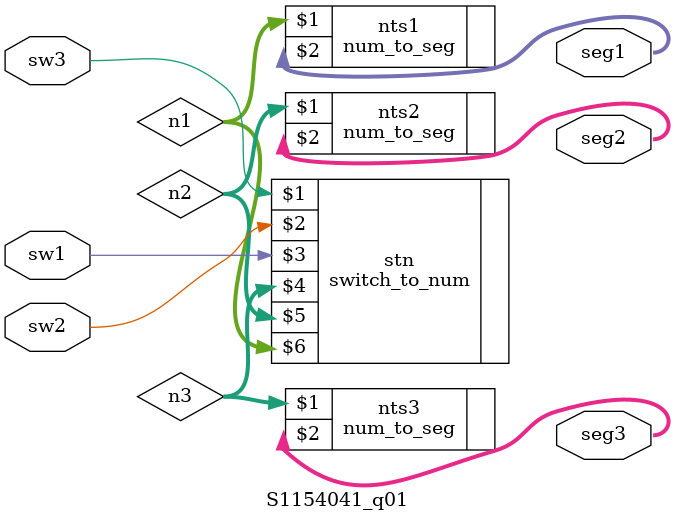
<source format=v>
module S1154041_q01(sw3, sw2, sw1, seg3, seg2, seg1);
    input sw3, sw2, sw1;
    output [6:0] seg3, seg2, seg1;
    wire [31:0] n3, n2, n1;
    switch_to_num stn(sw3, sw2, sw1, n3, n2, n1);
    num_to_seg nts3(n3, seg3);
    num_to_seg nts2(n2, seg2);
    num_to_seg nts1(n1, seg1);
endmodule
</source>
